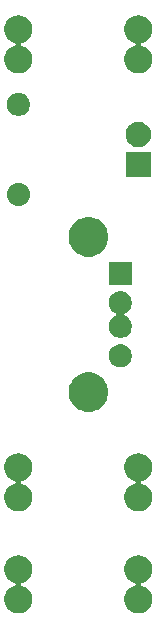
<source format=gts>
G04 #@! TF.GenerationSoftware,KiCad,Pcbnew,(5.1.2-1)-1*
G04 #@! TF.CreationDate,2019-07-07T21:57:11-07:00*
G04 #@! TF.ProjectId,kicad,6b696361-642e-46b6-9963-61645f706362,v01*
G04 #@! TF.SameCoordinates,Original*
G04 #@! TF.FileFunction,Soldermask,Top*
G04 #@! TF.FilePolarity,Negative*
%FSLAX46Y46*%
G04 Gerber Fmt 4.6, Leading zero omitted, Abs format (unit mm)*
G04 Created by KiCad (PCBNEW (5.1.2-1)-1) date 2019-07-07 21:57:11*
%MOMM*%
%LPD*%
G04 APERTURE LIST*
%ADD10C,0.100000*%
G04 APERTURE END LIST*
D10*
G36*
X117071728Y-148695024D02*
G01*
X117186469Y-148717847D01*
X117402634Y-148807385D01*
X117597179Y-148937376D01*
X117762624Y-149102821D01*
X117892615Y-149297366D01*
X117982153Y-149513531D01*
X118027800Y-149743013D01*
X118027800Y-149976987D01*
X117982153Y-150206469D01*
X117892615Y-150422634D01*
X117762624Y-150617179D01*
X117597179Y-150782624D01*
X117402634Y-150912615D01*
X117186470Y-151002153D01*
X117169940Y-151005441D01*
X117146116Y-151012668D01*
X117124159Y-151024404D01*
X117104914Y-151040198D01*
X117089120Y-151059443D01*
X117077384Y-151081399D01*
X117070157Y-151105223D01*
X117067717Y-151130000D01*
X117070157Y-151154776D01*
X117077384Y-151178600D01*
X117089120Y-151200557D01*
X117104914Y-151219802D01*
X117124159Y-151235596D01*
X117146115Y-151247332D01*
X117169940Y-151254559D01*
X117186470Y-151257847D01*
X117402634Y-151347385D01*
X117597179Y-151477376D01*
X117762624Y-151642821D01*
X117892615Y-151837366D01*
X117982153Y-152053531D01*
X118027800Y-152283013D01*
X118027800Y-152516987D01*
X117982153Y-152746469D01*
X117892615Y-152962634D01*
X117762624Y-153157179D01*
X117597179Y-153322624D01*
X117402634Y-153452615D01*
X117186469Y-153542153D01*
X117071728Y-153564976D01*
X116956988Y-153587800D01*
X116723012Y-153587800D01*
X116608272Y-153564976D01*
X116493531Y-153542153D01*
X116277366Y-153452615D01*
X116082821Y-153322624D01*
X115917376Y-153157179D01*
X115787385Y-152962634D01*
X115697847Y-152746469D01*
X115652200Y-152516987D01*
X115652200Y-152283013D01*
X115697847Y-152053531D01*
X115787385Y-151837366D01*
X115917376Y-151642821D01*
X116082821Y-151477376D01*
X116277366Y-151347385D01*
X116493530Y-151257847D01*
X116510060Y-151254559D01*
X116533884Y-151247332D01*
X116555841Y-151235596D01*
X116575086Y-151219802D01*
X116590880Y-151200557D01*
X116602616Y-151178601D01*
X116609843Y-151154777D01*
X116612283Y-151130000D01*
X116609843Y-151105224D01*
X116602616Y-151081400D01*
X116590880Y-151059443D01*
X116575086Y-151040198D01*
X116555841Y-151024404D01*
X116533885Y-151012668D01*
X116510060Y-151005441D01*
X116493530Y-151002153D01*
X116277366Y-150912615D01*
X116082821Y-150782624D01*
X115917376Y-150617179D01*
X115787385Y-150422634D01*
X115697847Y-150206469D01*
X115652200Y-149976987D01*
X115652200Y-149743013D01*
X115697847Y-149513531D01*
X115787385Y-149297366D01*
X115917376Y-149102821D01*
X116082821Y-148937376D01*
X116277366Y-148807385D01*
X116493531Y-148717847D01*
X116608272Y-148695024D01*
X116723012Y-148672200D01*
X116956988Y-148672200D01*
X117071728Y-148695024D01*
X117071728Y-148695024D01*
G37*
G36*
X106911728Y-148695024D02*
G01*
X107026469Y-148717847D01*
X107242634Y-148807385D01*
X107437179Y-148937376D01*
X107602624Y-149102821D01*
X107732615Y-149297366D01*
X107822153Y-149513531D01*
X107867800Y-149743013D01*
X107867800Y-149976987D01*
X107822153Y-150206469D01*
X107732615Y-150422634D01*
X107602624Y-150617179D01*
X107437179Y-150782624D01*
X107242634Y-150912615D01*
X107026470Y-151002153D01*
X107009940Y-151005441D01*
X106986116Y-151012668D01*
X106964159Y-151024404D01*
X106944914Y-151040198D01*
X106929120Y-151059443D01*
X106917384Y-151081399D01*
X106910157Y-151105223D01*
X106907717Y-151130000D01*
X106910157Y-151154776D01*
X106917384Y-151178600D01*
X106929120Y-151200557D01*
X106944914Y-151219802D01*
X106964159Y-151235596D01*
X106986115Y-151247332D01*
X107009940Y-151254559D01*
X107026470Y-151257847D01*
X107242634Y-151347385D01*
X107437179Y-151477376D01*
X107602624Y-151642821D01*
X107732615Y-151837366D01*
X107822153Y-152053531D01*
X107867800Y-152283013D01*
X107867800Y-152516987D01*
X107822153Y-152746469D01*
X107732615Y-152962634D01*
X107602624Y-153157179D01*
X107437179Y-153322624D01*
X107242634Y-153452615D01*
X107026469Y-153542153D01*
X106911728Y-153564976D01*
X106796988Y-153587800D01*
X106563012Y-153587800D01*
X106448272Y-153564976D01*
X106333531Y-153542153D01*
X106117366Y-153452615D01*
X105922821Y-153322624D01*
X105757376Y-153157179D01*
X105627385Y-152962634D01*
X105537847Y-152746469D01*
X105492200Y-152516987D01*
X105492200Y-152283013D01*
X105537847Y-152053531D01*
X105627385Y-151837366D01*
X105757376Y-151642821D01*
X105922821Y-151477376D01*
X106117366Y-151347385D01*
X106333530Y-151257847D01*
X106350060Y-151254559D01*
X106373884Y-151247332D01*
X106395841Y-151235596D01*
X106415086Y-151219802D01*
X106430880Y-151200557D01*
X106442616Y-151178601D01*
X106449843Y-151154777D01*
X106452283Y-151130000D01*
X106449843Y-151105224D01*
X106442616Y-151081400D01*
X106430880Y-151059443D01*
X106415086Y-151040198D01*
X106395841Y-151024404D01*
X106373885Y-151012668D01*
X106350060Y-151005441D01*
X106333530Y-151002153D01*
X106117366Y-150912615D01*
X105922821Y-150782624D01*
X105757376Y-150617179D01*
X105627385Y-150422634D01*
X105537847Y-150206469D01*
X105492200Y-149976987D01*
X105492200Y-149743013D01*
X105537847Y-149513531D01*
X105627385Y-149297366D01*
X105757376Y-149102821D01*
X105922821Y-148937376D01*
X106117366Y-148807385D01*
X106333531Y-148717847D01*
X106448272Y-148695024D01*
X106563012Y-148672200D01*
X106796988Y-148672200D01*
X106911728Y-148695024D01*
X106911728Y-148695024D01*
G37*
G36*
X117071728Y-140059024D02*
G01*
X117186469Y-140081847D01*
X117402634Y-140171385D01*
X117597179Y-140301376D01*
X117762624Y-140466821D01*
X117892615Y-140661366D01*
X117982153Y-140877531D01*
X118027800Y-141107013D01*
X118027800Y-141340987D01*
X117982153Y-141570469D01*
X117892615Y-141786634D01*
X117762624Y-141981179D01*
X117597179Y-142146624D01*
X117402634Y-142276615D01*
X117186470Y-142366153D01*
X117169940Y-142369441D01*
X117146116Y-142376668D01*
X117124159Y-142388404D01*
X117104914Y-142404198D01*
X117089120Y-142423443D01*
X117077384Y-142445399D01*
X117070157Y-142469223D01*
X117067717Y-142494000D01*
X117070157Y-142518776D01*
X117077384Y-142542600D01*
X117089120Y-142564557D01*
X117104914Y-142583802D01*
X117124159Y-142599596D01*
X117146115Y-142611332D01*
X117169940Y-142618559D01*
X117186470Y-142621847D01*
X117402634Y-142711385D01*
X117597179Y-142841376D01*
X117762624Y-143006821D01*
X117892615Y-143201366D01*
X117982153Y-143417531D01*
X118027800Y-143647013D01*
X118027800Y-143880987D01*
X117982153Y-144110469D01*
X117892615Y-144326634D01*
X117762624Y-144521179D01*
X117597179Y-144686624D01*
X117402634Y-144816615D01*
X117186469Y-144906153D01*
X117071728Y-144928977D01*
X116956988Y-144951800D01*
X116723012Y-144951800D01*
X116608272Y-144928977D01*
X116493531Y-144906153D01*
X116277366Y-144816615D01*
X116082821Y-144686624D01*
X115917376Y-144521179D01*
X115787385Y-144326634D01*
X115697847Y-144110469D01*
X115652200Y-143880987D01*
X115652200Y-143647013D01*
X115697847Y-143417531D01*
X115787385Y-143201366D01*
X115917376Y-143006821D01*
X116082821Y-142841376D01*
X116277366Y-142711385D01*
X116493530Y-142621847D01*
X116510060Y-142618559D01*
X116533884Y-142611332D01*
X116555841Y-142599596D01*
X116575086Y-142583802D01*
X116590880Y-142564557D01*
X116602616Y-142542601D01*
X116609843Y-142518777D01*
X116612283Y-142494000D01*
X116609843Y-142469224D01*
X116602616Y-142445400D01*
X116590880Y-142423443D01*
X116575086Y-142404198D01*
X116555841Y-142388404D01*
X116533885Y-142376668D01*
X116510060Y-142369441D01*
X116493530Y-142366153D01*
X116277366Y-142276615D01*
X116082821Y-142146624D01*
X115917376Y-141981179D01*
X115787385Y-141786634D01*
X115697847Y-141570469D01*
X115652200Y-141340987D01*
X115652200Y-141107013D01*
X115697847Y-140877531D01*
X115787385Y-140661366D01*
X115917376Y-140466821D01*
X116082821Y-140301376D01*
X116277366Y-140171385D01*
X116493531Y-140081847D01*
X116608272Y-140059024D01*
X116723012Y-140036200D01*
X116956988Y-140036200D01*
X117071728Y-140059024D01*
X117071728Y-140059024D01*
G37*
G36*
X106911728Y-140059024D02*
G01*
X107026469Y-140081847D01*
X107242634Y-140171385D01*
X107437179Y-140301376D01*
X107602624Y-140466821D01*
X107732615Y-140661366D01*
X107822153Y-140877531D01*
X107867800Y-141107013D01*
X107867800Y-141340987D01*
X107822153Y-141570469D01*
X107732615Y-141786634D01*
X107602624Y-141981179D01*
X107437179Y-142146624D01*
X107242634Y-142276615D01*
X107026470Y-142366153D01*
X107009940Y-142369441D01*
X106986116Y-142376668D01*
X106964159Y-142388404D01*
X106944914Y-142404198D01*
X106929120Y-142423443D01*
X106917384Y-142445399D01*
X106910157Y-142469223D01*
X106907717Y-142494000D01*
X106910157Y-142518776D01*
X106917384Y-142542600D01*
X106929120Y-142564557D01*
X106944914Y-142583802D01*
X106964159Y-142599596D01*
X106986115Y-142611332D01*
X107009940Y-142618559D01*
X107026470Y-142621847D01*
X107242634Y-142711385D01*
X107437179Y-142841376D01*
X107602624Y-143006821D01*
X107732615Y-143201366D01*
X107822153Y-143417531D01*
X107867800Y-143647013D01*
X107867800Y-143880987D01*
X107822153Y-144110469D01*
X107732615Y-144326634D01*
X107602624Y-144521179D01*
X107437179Y-144686624D01*
X107242634Y-144816615D01*
X107026469Y-144906153D01*
X106911728Y-144928977D01*
X106796988Y-144951800D01*
X106563012Y-144951800D01*
X106448272Y-144928977D01*
X106333531Y-144906153D01*
X106117366Y-144816615D01*
X105922821Y-144686624D01*
X105757376Y-144521179D01*
X105627385Y-144326634D01*
X105537847Y-144110469D01*
X105492200Y-143880987D01*
X105492200Y-143647013D01*
X105537847Y-143417531D01*
X105627385Y-143201366D01*
X105757376Y-143006821D01*
X105922821Y-142841376D01*
X106117366Y-142711385D01*
X106333530Y-142621847D01*
X106350060Y-142618559D01*
X106373884Y-142611332D01*
X106395841Y-142599596D01*
X106415086Y-142583802D01*
X106430880Y-142564557D01*
X106442616Y-142542601D01*
X106449843Y-142518777D01*
X106452283Y-142494000D01*
X106449843Y-142469224D01*
X106442616Y-142445400D01*
X106430880Y-142423443D01*
X106415086Y-142404198D01*
X106395841Y-142388404D01*
X106373885Y-142376668D01*
X106350060Y-142369441D01*
X106333530Y-142366153D01*
X106117366Y-142276615D01*
X105922821Y-142146624D01*
X105757376Y-141981179D01*
X105627385Y-141786634D01*
X105537847Y-141570469D01*
X105492200Y-141340987D01*
X105492200Y-141107013D01*
X105537847Y-140877531D01*
X105627385Y-140661366D01*
X105757376Y-140466821D01*
X105922821Y-140301376D01*
X106117366Y-140171385D01*
X106333531Y-140081847D01*
X106448272Y-140059024D01*
X106563012Y-140036200D01*
X106796988Y-140036200D01*
X106911728Y-140059024D01*
X106911728Y-140059024D01*
G37*
G36*
X112835725Y-133182525D02*
G01*
X113095395Y-133234176D01*
X113248066Y-133297415D01*
X113400736Y-133360653D01*
X113400737Y-133360654D01*
X113675536Y-133544268D01*
X113909232Y-133777964D01*
X114031919Y-133961579D01*
X114092847Y-134052764D01*
X114156085Y-134205434D01*
X114219324Y-134358105D01*
X114283800Y-134682252D01*
X114283800Y-135012748D01*
X114219324Y-135336895D01*
X114156085Y-135489566D01*
X114092847Y-135642236D01*
X114092846Y-135642237D01*
X113909232Y-135917036D01*
X113675536Y-136150732D01*
X113491921Y-136273419D01*
X113400736Y-136334347D01*
X113248066Y-136397585D01*
X113095395Y-136460824D01*
X112835725Y-136512475D01*
X112771249Y-136525300D01*
X112440751Y-136525300D01*
X112376275Y-136512475D01*
X112116605Y-136460824D01*
X111963934Y-136397585D01*
X111811264Y-136334347D01*
X111720079Y-136273419D01*
X111536464Y-136150732D01*
X111302768Y-135917036D01*
X111119154Y-135642237D01*
X111119153Y-135642236D01*
X111055915Y-135489566D01*
X110992676Y-135336895D01*
X110928200Y-135012748D01*
X110928200Y-134682252D01*
X110992676Y-134358105D01*
X111055915Y-134205434D01*
X111119153Y-134052764D01*
X111180081Y-133961579D01*
X111302768Y-133777964D01*
X111536464Y-133544268D01*
X111811263Y-133360654D01*
X111811264Y-133360653D01*
X111963934Y-133297415D01*
X112116605Y-133234176D01*
X112376275Y-133182525D01*
X112440751Y-133169700D01*
X112771249Y-133169700D01*
X112835725Y-133182525D01*
X112835725Y-133182525D01*
G37*
G36*
X115449880Y-130807174D02*
G01*
X115601213Y-130837275D01*
X115713432Y-130883758D01*
X115779162Y-130910985D01*
X115779163Y-130910986D01*
X115779166Y-130910987D01*
X115939310Y-131017991D01*
X116075509Y-131154190D01*
X116182513Y-131314334D01*
X116256225Y-131492287D01*
X116293800Y-131681196D01*
X116293800Y-131873804D01*
X116256225Y-132062713D01*
X116182513Y-132240666D01*
X116075509Y-132400810D01*
X115939310Y-132537009D01*
X115779166Y-132644013D01*
X115779163Y-132644014D01*
X115779162Y-132644015D01*
X115713432Y-132671242D01*
X115601213Y-132717725D01*
X115449880Y-132747826D01*
X115412305Y-132755300D01*
X115219695Y-132755300D01*
X115182120Y-132747826D01*
X115030787Y-132717725D01*
X114918568Y-132671242D01*
X114852838Y-132644015D01*
X114852837Y-132644014D01*
X114852834Y-132644013D01*
X114692690Y-132537009D01*
X114556491Y-132400810D01*
X114449487Y-132240666D01*
X114375775Y-132062713D01*
X114338200Y-131873804D01*
X114338200Y-131681196D01*
X114375775Y-131492287D01*
X114449487Y-131314334D01*
X114556491Y-131154190D01*
X114692690Y-131017991D01*
X114852834Y-130910987D01*
X114852837Y-130910986D01*
X114852838Y-130910985D01*
X114918568Y-130883758D01*
X115030787Y-130837275D01*
X115182120Y-130807174D01*
X115219695Y-130799700D01*
X115412305Y-130799700D01*
X115449880Y-130807174D01*
X115449880Y-130807174D01*
G37*
G36*
X115449880Y-126307174D02*
G01*
X115601213Y-126337275D01*
X115713432Y-126383758D01*
X115779162Y-126410985D01*
X115779163Y-126410986D01*
X115779166Y-126410987D01*
X115939310Y-126517991D01*
X116075509Y-126654190D01*
X116182513Y-126814334D01*
X116256225Y-126992287D01*
X116293800Y-127181196D01*
X116293800Y-127373804D01*
X116256225Y-127562713D01*
X116182513Y-127740666D01*
X116075509Y-127900810D01*
X115939310Y-128037009D01*
X115779166Y-128144013D01*
X115779163Y-128144014D01*
X115779162Y-128144015D01*
X115740165Y-128160168D01*
X115718209Y-128171905D01*
X115698964Y-128187699D01*
X115683170Y-128206944D01*
X115671434Y-128228900D01*
X115664207Y-128252724D01*
X115661767Y-128277501D01*
X115664207Y-128302277D01*
X115671434Y-128326101D01*
X115683171Y-128348057D01*
X115698965Y-128367302D01*
X115718210Y-128383096D01*
X115740163Y-128394831D01*
X115779162Y-128410985D01*
X115779163Y-128410986D01*
X115779166Y-128410987D01*
X115939310Y-128517991D01*
X116075509Y-128654190D01*
X116182513Y-128814334D01*
X116256225Y-128992287D01*
X116293800Y-129181196D01*
X116293800Y-129373804D01*
X116256225Y-129562713D01*
X116182513Y-129740666D01*
X116075509Y-129900810D01*
X115939310Y-130037009D01*
X115779166Y-130144013D01*
X115779163Y-130144014D01*
X115779162Y-130144015D01*
X115713432Y-130171242D01*
X115601213Y-130217725D01*
X115449880Y-130247826D01*
X115412305Y-130255300D01*
X115219695Y-130255300D01*
X115182120Y-130247826D01*
X115030787Y-130217725D01*
X114918568Y-130171242D01*
X114852838Y-130144015D01*
X114852837Y-130144014D01*
X114852834Y-130144013D01*
X114692690Y-130037009D01*
X114556491Y-129900810D01*
X114449487Y-129740666D01*
X114375775Y-129562713D01*
X114338200Y-129373804D01*
X114338200Y-129181196D01*
X114375775Y-128992287D01*
X114449487Y-128814334D01*
X114556491Y-128654190D01*
X114692690Y-128517991D01*
X114852834Y-128410987D01*
X114852837Y-128410986D01*
X114852838Y-128410985D01*
X114891837Y-128394831D01*
X114913791Y-128383095D01*
X114933036Y-128367301D01*
X114948830Y-128348056D01*
X114960566Y-128326100D01*
X114967793Y-128302276D01*
X114970233Y-128277499D01*
X114967793Y-128252723D01*
X114960566Y-128228899D01*
X114948829Y-128206943D01*
X114933035Y-128187698D01*
X114913790Y-128171904D01*
X114891835Y-128160168D01*
X114852838Y-128144015D01*
X114852837Y-128144014D01*
X114852834Y-128144013D01*
X114692690Y-128037009D01*
X114556491Y-127900810D01*
X114449487Y-127740666D01*
X114375775Y-127562713D01*
X114338200Y-127373804D01*
X114338200Y-127181196D01*
X114375775Y-126992287D01*
X114449487Y-126814334D01*
X114556491Y-126654190D01*
X114692690Y-126517991D01*
X114852834Y-126410987D01*
X114852837Y-126410986D01*
X114852838Y-126410985D01*
X114918568Y-126383758D01*
X115030787Y-126337275D01*
X115182120Y-126307174D01*
X115219695Y-126299700D01*
X115412305Y-126299700D01*
X115449880Y-126307174D01*
X115449880Y-126307174D01*
G37*
G36*
X116293800Y-125755300D02*
G01*
X114338200Y-125755300D01*
X114338200Y-123799700D01*
X116293800Y-123799700D01*
X116293800Y-125755300D01*
X116293800Y-125755300D01*
G37*
G36*
X112835725Y-120042525D02*
G01*
X113095395Y-120094176D01*
X113248066Y-120157415D01*
X113400736Y-120220653D01*
X113400737Y-120220654D01*
X113675536Y-120404268D01*
X113909232Y-120637964D01*
X114031919Y-120821579D01*
X114092847Y-120912764D01*
X114156085Y-121065434D01*
X114219324Y-121218105D01*
X114283800Y-121542252D01*
X114283800Y-121872748D01*
X114219324Y-122196895D01*
X114156085Y-122349566D01*
X114092847Y-122502236D01*
X114092846Y-122502237D01*
X113909232Y-122777036D01*
X113675536Y-123010732D01*
X113491921Y-123133419D01*
X113400736Y-123194347D01*
X113248066Y-123257585D01*
X113095395Y-123320824D01*
X112835725Y-123372475D01*
X112771249Y-123385300D01*
X112440751Y-123385300D01*
X112376275Y-123372475D01*
X112116605Y-123320824D01*
X111963934Y-123257585D01*
X111811264Y-123194347D01*
X111720079Y-123133419D01*
X111536464Y-123010732D01*
X111302768Y-122777036D01*
X111119154Y-122502237D01*
X111119153Y-122502236D01*
X111055915Y-122349566D01*
X110992676Y-122196895D01*
X110928200Y-121872748D01*
X110928200Y-121542252D01*
X110992676Y-121218105D01*
X111055915Y-121065434D01*
X111119153Y-120912764D01*
X111180081Y-120821579D01*
X111302768Y-120637964D01*
X111536464Y-120404268D01*
X111811263Y-120220654D01*
X111811264Y-120220653D01*
X111963934Y-120157415D01*
X112116605Y-120094176D01*
X112376275Y-120042525D01*
X112440751Y-120029700D01*
X112771249Y-120029700D01*
X112835725Y-120042525D01*
X112835725Y-120042525D01*
G37*
G36*
X106871682Y-117146348D02*
G01*
X107055998Y-117202260D01*
X107225865Y-117293055D01*
X107374754Y-117415246D01*
X107496945Y-117564135D01*
X107587740Y-117734002D01*
X107643652Y-117918318D01*
X107662531Y-118110000D01*
X107643652Y-118301682D01*
X107587740Y-118485998D01*
X107496945Y-118655865D01*
X107374754Y-118804754D01*
X107225865Y-118926945D01*
X107055998Y-119017740D01*
X106871682Y-119073652D01*
X106728035Y-119087800D01*
X106631965Y-119087800D01*
X106488318Y-119073652D01*
X106304002Y-119017740D01*
X106134135Y-118926945D01*
X105985246Y-118804754D01*
X105863055Y-118655865D01*
X105772260Y-118485998D01*
X105716348Y-118301682D01*
X105697469Y-118110000D01*
X105716348Y-117918318D01*
X105772260Y-117734002D01*
X105863055Y-117564135D01*
X105985246Y-117415246D01*
X106134135Y-117293055D01*
X106304002Y-117202260D01*
X106488318Y-117146348D01*
X106631965Y-117132200D01*
X106728035Y-117132200D01*
X106871682Y-117146348D01*
X106871682Y-117146348D01*
G37*
G36*
X117917800Y-116647800D02*
G01*
X115762200Y-116647800D01*
X115762200Y-114492200D01*
X117917800Y-114492200D01*
X117917800Y-116647800D01*
X117917800Y-116647800D01*
G37*
G36*
X117154383Y-111993619D02*
G01*
X117350530Y-112074866D01*
X117350531Y-112074867D01*
X117527058Y-112192818D01*
X117677182Y-112342942D01*
X117755995Y-112460894D01*
X117795134Y-112519470D01*
X117876381Y-112715617D01*
X117917800Y-112923846D01*
X117917800Y-113136154D01*
X117876381Y-113344383D01*
X117795134Y-113540530D01*
X117795133Y-113540531D01*
X117677182Y-113717058D01*
X117527058Y-113867182D01*
X117409106Y-113945995D01*
X117350530Y-113985134D01*
X117154383Y-114066381D01*
X116946154Y-114107800D01*
X116733846Y-114107800D01*
X116525617Y-114066381D01*
X116329470Y-113985134D01*
X116270894Y-113945995D01*
X116152942Y-113867182D01*
X116002818Y-113717058D01*
X115884867Y-113540531D01*
X115884866Y-113540530D01*
X115803619Y-113344383D01*
X115762200Y-113136154D01*
X115762200Y-112923846D01*
X115803619Y-112715617D01*
X115884866Y-112519470D01*
X115924005Y-112460894D01*
X116002818Y-112342942D01*
X116152942Y-112192818D01*
X116329469Y-112074867D01*
X116329470Y-112074866D01*
X116525617Y-111993619D01*
X116733846Y-111952200D01*
X116946154Y-111952200D01*
X117154383Y-111993619D01*
X117154383Y-111993619D01*
G37*
G36*
X106813880Y-109519674D02*
G01*
X106965213Y-109549775D01*
X107077432Y-109596258D01*
X107143162Y-109623485D01*
X107143163Y-109623486D01*
X107143166Y-109623487D01*
X107303310Y-109730491D01*
X107439509Y-109866690D01*
X107546513Y-110026834D01*
X107620225Y-110204787D01*
X107657800Y-110393696D01*
X107657800Y-110586304D01*
X107620225Y-110775213D01*
X107546513Y-110953166D01*
X107439509Y-111113310D01*
X107303310Y-111249509D01*
X107143166Y-111356513D01*
X107143163Y-111356514D01*
X107143162Y-111356515D01*
X107077432Y-111383742D01*
X106965213Y-111430225D01*
X106813880Y-111460326D01*
X106776305Y-111467800D01*
X106583695Y-111467800D01*
X106546120Y-111460326D01*
X106394787Y-111430225D01*
X106282568Y-111383742D01*
X106216838Y-111356515D01*
X106216837Y-111356514D01*
X106216834Y-111356513D01*
X106056690Y-111249509D01*
X105920491Y-111113310D01*
X105813487Y-110953166D01*
X105739775Y-110775213D01*
X105702200Y-110586304D01*
X105702200Y-110393696D01*
X105739775Y-110204787D01*
X105813487Y-110026834D01*
X105920491Y-109866690D01*
X106056690Y-109730491D01*
X106216834Y-109623487D01*
X106216837Y-109623486D01*
X106216838Y-109623485D01*
X106282568Y-109596258D01*
X106394787Y-109549775D01*
X106546120Y-109519674D01*
X106583695Y-109512200D01*
X106776305Y-109512200D01*
X106813880Y-109519674D01*
X106813880Y-109519674D01*
G37*
G36*
X117071728Y-102975023D02*
G01*
X117186469Y-102997847D01*
X117402634Y-103087385D01*
X117597179Y-103217376D01*
X117762624Y-103382821D01*
X117892615Y-103577366D01*
X117982153Y-103793531D01*
X118027800Y-104023013D01*
X118027800Y-104256987D01*
X117982153Y-104486469D01*
X117892615Y-104702634D01*
X117762624Y-104897179D01*
X117597179Y-105062624D01*
X117402634Y-105192615D01*
X117186470Y-105282153D01*
X117169940Y-105285441D01*
X117146116Y-105292668D01*
X117124159Y-105304404D01*
X117104914Y-105320198D01*
X117089120Y-105339443D01*
X117077384Y-105361399D01*
X117070157Y-105385223D01*
X117067717Y-105410000D01*
X117070157Y-105434776D01*
X117077384Y-105458600D01*
X117089120Y-105480557D01*
X117104914Y-105499802D01*
X117124159Y-105515596D01*
X117146115Y-105527332D01*
X117169940Y-105534559D01*
X117186470Y-105537847D01*
X117402634Y-105627385D01*
X117597179Y-105757376D01*
X117762624Y-105922821D01*
X117892615Y-106117366D01*
X117982153Y-106333531D01*
X118027800Y-106563013D01*
X118027800Y-106796987D01*
X117982153Y-107026469D01*
X117892615Y-107242634D01*
X117762624Y-107437179D01*
X117597179Y-107602624D01*
X117402634Y-107732615D01*
X117186469Y-107822153D01*
X117071728Y-107844976D01*
X116956988Y-107867800D01*
X116723012Y-107867800D01*
X116608272Y-107844976D01*
X116493531Y-107822153D01*
X116277366Y-107732615D01*
X116082821Y-107602624D01*
X115917376Y-107437179D01*
X115787385Y-107242634D01*
X115697847Y-107026469D01*
X115652200Y-106796987D01*
X115652200Y-106563013D01*
X115697847Y-106333531D01*
X115787385Y-106117366D01*
X115917376Y-105922821D01*
X116082821Y-105757376D01*
X116277366Y-105627385D01*
X116493530Y-105537847D01*
X116510060Y-105534559D01*
X116533884Y-105527332D01*
X116555841Y-105515596D01*
X116575086Y-105499802D01*
X116590880Y-105480557D01*
X116602616Y-105458601D01*
X116609843Y-105434777D01*
X116612283Y-105410000D01*
X116609843Y-105385224D01*
X116602616Y-105361400D01*
X116590880Y-105339443D01*
X116575086Y-105320198D01*
X116555841Y-105304404D01*
X116533885Y-105292668D01*
X116510060Y-105285441D01*
X116493530Y-105282153D01*
X116277366Y-105192615D01*
X116082821Y-105062624D01*
X115917376Y-104897179D01*
X115787385Y-104702634D01*
X115697847Y-104486469D01*
X115652200Y-104256987D01*
X115652200Y-104023013D01*
X115697847Y-103793531D01*
X115787385Y-103577366D01*
X115917376Y-103382821D01*
X116082821Y-103217376D01*
X116277366Y-103087385D01*
X116493531Y-102997847D01*
X116608272Y-102975023D01*
X116723012Y-102952200D01*
X116956988Y-102952200D01*
X117071728Y-102975023D01*
X117071728Y-102975023D01*
G37*
G36*
X106911728Y-102975023D02*
G01*
X107026469Y-102997847D01*
X107242634Y-103087385D01*
X107437179Y-103217376D01*
X107602624Y-103382821D01*
X107732615Y-103577366D01*
X107822153Y-103793531D01*
X107867800Y-104023013D01*
X107867800Y-104256987D01*
X107822153Y-104486469D01*
X107732615Y-104702634D01*
X107602624Y-104897179D01*
X107437179Y-105062624D01*
X107242634Y-105192615D01*
X107026470Y-105282153D01*
X107009940Y-105285441D01*
X106986116Y-105292668D01*
X106964159Y-105304404D01*
X106944914Y-105320198D01*
X106929120Y-105339443D01*
X106917384Y-105361399D01*
X106910157Y-105385223D01*
X106907717Y-105410000D01*
X106910157Y-105434776D01*
X106917384Y-105458600D01*
X106929120Y-105480557D01*
X106944914Y-105499802D01*
X106964159Y-105515596D01*
X106986115Y-105527332D01*
X107009940Y-105534559D01*
X107026470Y-105537847D01*
X107242634Y-105627385D01*
X107437179Y-105757376D01*
X107602624Y-105922821D01*
X107732615Y-106117366D01*
X107822153Y-106333531D01*
X107867800Y-106563013D01*
X107867800Y-106796987D01*
X107822153Y-107026469D01*
X107732615Y-107242634D01*
X107602624Y-107437179D01*
X107437179Y-107602624D01*
X107242634Y-107732615D01*
X107026469Y-107822153D01*
X106911728Y-107844976D01*
X106796988Y-107867800D01*
X106563012Y-107867800D01*
X106448272Y-107844976D01*
X106333531Y-107822153D01*
X106117366Y-107732615D01*
X105922821Y-107602624D01*
X105757376Y-107437179D01*
X105627385Y-107242634D01*
X105537847Y-107026469D01*
X105492200Y-106796987D01*
X105492200Y-106563013D01*
X105537847Y-106333531D01*
X105627385Y-106117366D01*
X105757376Y-105922821D01*
X105922821Y-105757376D01*
X106117366Y-105627385D01*
X106333530Y-105537847D01*
X106350060Y-105534559D01*
X106373884Y-105527332D01*
X106395841Y-105515596D01*
X106415086Y-105499802D01*
X106430880Y-105480557D01*
X106442616Y-105458601D01*
X106449843Y-105434777D01*
X106452283Y-105410000D01*
X106449843Y-105385224D01*
X106442616Y-105361400D01*
X106430880Y-105339443D01*
X106415086Y-105320198D01*
X106395841Y-105304404D01*
X106373885Y-105292668D01*
X106350060Y-105285441D01*
X106333530Y-105282153D01*
X106117366Y-105192615D01*
X105922821Y-105062624D01*
X105757376Y-104897179D01*
X105627385Y-104702634D01*
X105537847Y-104486469D01*
X105492200Y-104256987D01*
X105492200Y-104023013D01*
X105537847Y-103793531D01*
X105627385Y-103577366D01*
X105757376Y-103382821D01*
X105922821Y-103217376D01*
X106117366Y-103087385D01*
X106333531Y-102997847D01*
X106448272Y-102975023D01*
X106563012Y-102952200D01*
X106796988Y-102952200D01*
X106911728Y-102975023D01*
X106911728Y-102975023D01*
G37*
M02*

</source>
